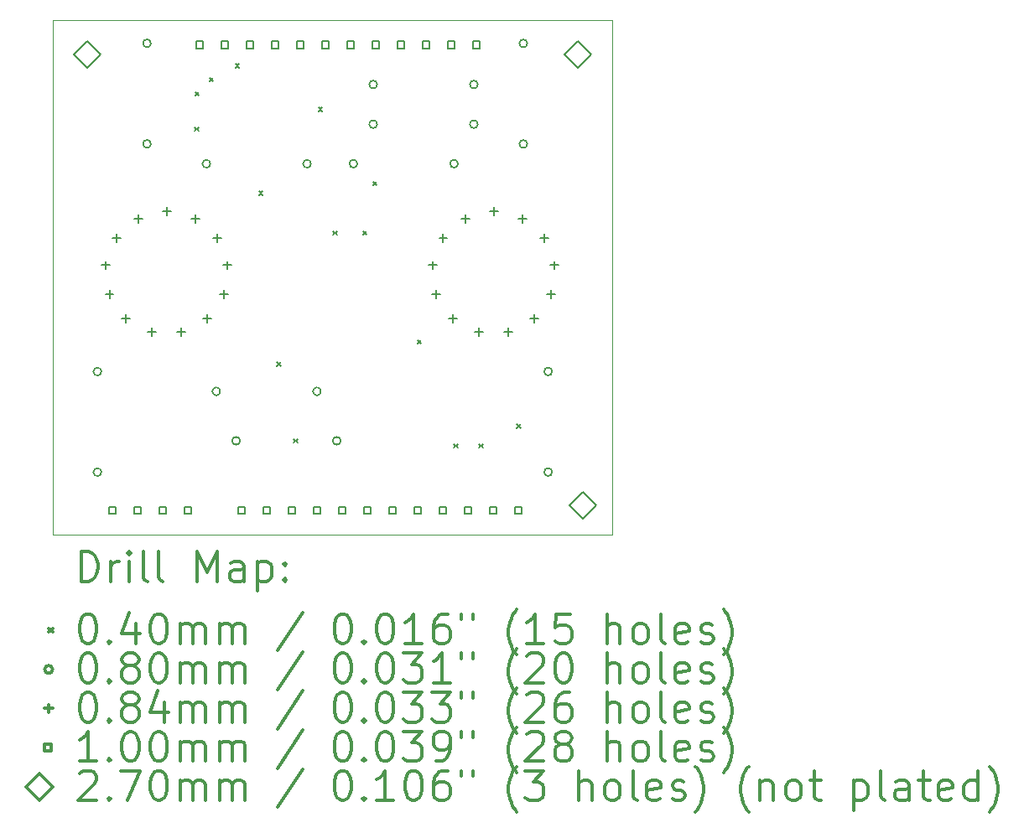
<source format=gbr>
%FSLAX45Y45*%
G04 Gerber Fmt 4.5, Leading zero omitted, Abs format (unit mm)*
G04 Created by KiCad (PCBNEW 5.1.6) date 2020-08-10 12:56:37*
%MOMM*%
%LPD*%
G01*
G04 APERTURE LIST*
%TA.AperFunction,Profile*%
%ADD10C,0.050000*%
%TD*%
%ADD11C,0.200000*%
%ADD12C,0.300000*%
G04 APERTURE END LIST*
D10*
X16950000Y-13050000D02*
X16950000Y-7850000D01*
X22600000Y-13050000D02*
X16950000Y-13050000D01*
X22600000Y-7850000D02*
X22600000Y-13050000D01*
X16950000Y-7850000D02*
X22600000Y-7850000D01*
D11*
X18380000Y-8930000D02*
X18420000Y-8970000D01*
X18420000Y-8930000D02*
X18380000Y-8970000D01*
X18385000Y-8575000D02*
X18425000Y-8615000D01*
X18425000Y-8575000D02*
X18385000Y-8615000D01*
X18530000Y-8430000D02*
X18570000Y-8470000D01*
X18570000Y-8430000D02*
X18530000Y-8470000D01*
X18792500Y-8292500D02*
X18832500Y-8332500D01*
X18832500Y-8292500D02*
X18792500Y-8332500D01*
X19030000Y-9580000D02*
X19070000Y-9620000D01*
X19070000Y-9580000D02*
X19030000Y-9620000D01*
X19210000Y-11305000D02*
X19250000Y-11345000D01*
X19250000Y-11305000D02*
X19210000Y-11345000D01*
X19380000Y-12080000D02*
X19420000Y-12120000D01*
X19420000Y-12080000D02*
X19380000Y-12120000D01*
X19630000Y-8730000D02*
X19670000Y-8770000D01*
X19670000Y-8730000D02*
X19630000Y-8770000D01*
X19780000Y-9980000D02*
X19820000Y-10020000D01*
X19820000Y-9980000D02*
X19780000Y-10020000D01*
X20080000Y-9980000D02*
X20120000Y-10020000D01*
X20120000Y-9980000D02*
X20080000Y-10020000D01*
X20180000Y-9480000D02*
X20220000Y-9520000D01*
X20220000Y-9480000D02*
X20180000Y-9520000D01*
X20630000Y-11080000D02*
X20670000Y-11120000D01*
X20670000Y-11080000D02*
X20630000Y-11120000D01*
X21000000Y-12130000D02*
X21040000Y-12170000D01*
X21040000Y-12130000D02*
X21000000Y-12170000D01*
X21250000Y-12130000D02*
X21290000Y-12170000D01*
X21290000Y-12130000D02*
X21250000Y-12170000D01*
X21630000Y-11930000D02*
X21670000Y-11970000D01*
X21670000Y-11930000D02*
X21630000Y-11970000D01*
X20024000Y-9300000D02*
G75*
G03*
X20024000Y-9300000I-40000J0D01*
G01*
X21040000Y-9300000D02*
G75*
G03*
X21040000Y-9300000I-40000J0D01*
G01*
X18640000Y-11600000D02*
G75*
G03*
X18640000Y-11600000I-40000J0D01*
G01*
X19656000Y-11600000D02*
G75*
G03*
X19656000Y-11600000I-40000J0D01*
G01*
X17940000Y-8084000D02*
G75*
G03*
X17940000Y-8084000I-40000J0D01*
G01*
X17940000Y-9100000D02*
G75*
G03*
X17940000Y-9100000I-40000J0D01*
G01*
X18840000Y-12100000D02*
G75*
G03*
X18840000Y-12100000I-40000J0D01*
G01*
X19856000Y-12100000D02*
G75*
G03*
X19856000Y-12100000I-40000J0D01*
G01*
X21990000Y-11400000D02*
G75*
G03*
X21990000Y-11400000I-40000J0D01*
G01*
X21990000Y-12416000D02*
G75*
G03*
X21990000Y-12416000I-40000J0D01*
G01*
X21740000Y-8084000D02*
G75*
G03*
X21740000Y-8084000I-40000J0D01*
G01*
X21740000Y-9100000D02*
G75*
G03*
X21740000Y-9100000I-40000J0D01*
G01*
X20224000Y-8900000D02*
G75*
G03*
X20224000Y-8900000I-40000J0D01*
G01*
X21240000Y-8900000D02*
G75*
G03*
X21240000Y-8900000I-40000J0D01*
G01*
X20224000Y-8500000D02*
G75*
G03*
X20224000Y-8500000I-40000J0D01*
G01*
X21240000Y-8500000D02*
G75*
G03*
X21240000Y-8500000I-40000J0D01*
G01*
X18540000Y-9300000D02*
G75*
G03*
X18540000Y-9300000I-40000J0D01*
G01*
X19556000Y-9300000D02*
G75*
G03*
X19556000Y-9300000I-40000J0D01*
G01*
X17440000Y-11400000D02*
G75*
G03*
X17440000Y-11400000I-40000J0D01*
G01*
X17440000Y-12416000D02*
G75*
G03*
X17440000Y-12416000I-40000J0D01*
G01*
X20785574Y-10283668D02*
X20785574Y-10367488D01*
X20743664Y-10325578D02*
X20827484Y-10325578D01*
X20821388Y-10577546D02*
X20821388Y-10661366D01*
X20779478Y-10619456D02*
X20863298Y-10619456D01*
X20890730Y-10006554D02*
X20890730Y-10090374D01*
X20848820Y-10048464D02*
X20932640Y-10048464D01*
X20989536Y-10821386D02*
X20989536Y-10905206D01*
X20947626Y-10863296D02*
X21031446Y-10863296D01*
X21112472Y-9810212D02*
X21112472Y-9894032D01*
X21070562Y-9852122D02*
X21154382Y-9852122D01*
X21251918Y-10959054D02*
X21251918Y-11042874D01*
X21210008Y-11000964D02*
X21293828Y-11000964D01*
X21400000Y-9739346D02*
X21400000Y-9823166D01*
X21358090Y-9781256D02*
X21441910Y-9781256D01*
X21548082Y-10959054D02*
X21548082Y-11042874D01*
X21506172Y-11000964D02*
X21589992Y-11000964D01*
X21687528Y-9810212D02*
X21687528Y-9894032D01*
X21645618Y-9852122D02*
X21729438Y-9852122D01*
X21810464Y-10821386D02*
X21810464Y-10905206D01*
X21768554Y-10863296D02*
X21852374Y-10863296D01*
X21909270Y-10006554D02*
X21909270Y-10090374D01*
X21867360Y-10048464D02*
X21951180Y-10048464D01*
X21978612Y-10577546D02*
X21978612Y-10661366D01*
X21936702Y-10619456D02*
X22020522Y-10619456D01*
X22014426Y-10283668D02*
X22014426Y-10367488D01*
X21972516Y-10325578D02*
X22056336Y-10325578D01*
X17485574Y-10283668D02*
X17485574Y-10367488D01*
X17443664Y-10325578D02*
X17527484Y-10325578D01*
X17521388Y-10577546D02*
X17521388Y-10661366D01*
X17479478Y-10619456D02*
X17563298Y-10619456D01*
X17590730Y-10006554D02*
X17590730Y-10090374D01*
X17548820Y-10048464D02*
X17632640Y-10048464D01*
X17689536Y-10821386D02*
X17689536Y-10905206D01*
X17647626Y-10863296D02*
X17731446Y-10863296D01*
X17812472Y-9810212D02*
X17812472Y-9894032D01*
X17770562Y-9852122D02*
X17854382Y-9852122D01*
X17951918Y-10959054D02*
X17951918Y-11042874D01*
X17910008Y-11000964D02*
X17993828Y-11000964D01*
X18100000Y-9739346D02*
X18100000Y-9823166D01*
X18058090Y-9781256D02*
X18141910Y-9781256D01*
X18248082Y-10959054D02*
X18248082Y-11042874D01*
X18206172Y-11000964D02*
X18289992Y-11000964D01*
X18387528Y-9810212D02*
X18387528Y-9894032D01*
X18345618Y-9852122D02*
X18429438Y-9852122D01*
X18510464Y-10821386D02*
X18510464Y-10905206D01*
X18468554Y-10863296D02*
X18552374Y-10863296D01*
X18609270Y-10006554D02*
X18609270Y-10090374D01*
X18567360Y-10048464D02*
X18651180Y-10048464D01*
X18678612Y-10577546D02*
X18678612Y-10661366D01*
X18636702Y-10619456D02*
X18720522Y-10619456D01*
X18714426Y-10283668D02*
X18714426Y-10367488D01*
X18672516Y-10325578D02*
X18756336Y-10325578D01*
X18465356Y-8135356D02*
X18465356Y-8064644D01*
X18394644Y-8064644D01*
X18394644Y-8135356D01*
X18465356Y-8135356D01*
X18719356Y-8135356D02*
X18719356Y-8064644D01*
X18648644Y-8064644D01*
X18648644Y-8135356D01*
X18719356Y-8135356D01*
X18973356Y-8135356D02*
X18973356Y-8064644D01*
X18902644Y-8064644D01*
X18902644Y-8135356D01*
X18973356Y-8135356D01*
X19227356Y-8135356D02*
X19227356Y-8064644D01*
X19156644Y-8064644D01*
X19156644Y-8135356D01*
X19227356Y-8135356D01*
X19481356Y-8135356D02*
X19481356Y-8064644D01*
X19410644Y-8064644D01*
X19410644Y-8135356D01*
X19481356Y-8135356D01*
X19735356Y-8135356D02*
X19735356Y-8064644D01*
X19664644Y-8064644D01*
X19664644Y-8135356D01*
X19735356Y-8135356D01*
X19989356Y-8135356D02*
X19989356Y-8064644D01*
X19918644Y-8064644D01*
X19918644Y-8135356D01*
X19989356Y-8135356D01*
X20243356Y-8135356D02*
X20243356Y-8064644D01*
X20172644Y-8064644D01*
X20172644Y-8135356D01*
X20243356Y-8135356D01*
X20497356Y-8135356D02*
X20497356Y-8064644D01*
X20426644Y-8064644D01*
X20426644Y-8135356D01*
X20497356Y-8135356D01*
X20751356Y-8135356D02*
X20751356Y-8064644D01*
X20680644Y-8064644D01*
X20680644Y-8135356D01*
X20751356Y-8135356D01*
X21005356Y-8135356D02*
X21005356Y-8064644D01*
X20934644Y-8064644D01*
X20934644Y-8135356D01*
X21005356Y-8135356D01*
X21259356Y-8135356D02*
X21259356Y-8064644D01*
X21188644Y-8064644D01*
X21188644Y-8135356D01*
X21259356Y-8135356D01*
X18891356Y-12835356D02*
X18891356Y-12764644D01*
X18820644Y-12764644D01*
X18820644Y-12835356D01*
X18891356Y-12835356D01*
X19145356Y-12835356D02*
X19145356Y-12764644D01*
X19074644Y-12764644D01*
X19074644Y-12835356D01*
X19145356Y-12835356D01*
X19399356Y-12835356D02*
X19399356Y-12764644D01*
X19328644Y-12764644D01*
X19328644Y-12835356D01*
X19399356Y-12835356D01*
X19653356Y-12835356D02*
X19653356Y-12764644D01*
X19582644Y-12764644D01*
X19582644Y-12835356D01*
X19653356Y-12835356D01*
X19907356Y-12835356D02*
X19907356Y-12764644D01*
X19836644Y-12764644D01*
X19836644Y-12835356D01*
X19907356Y-12835356D01*
X20161356Y-12835356D02*
X20161356Y-12764644D01*
X20090644Y-12764644D01*
X20090644Y-12835356D01*
X20161356Y-12835356D01*
X20415356Y-12835356D02*
X20415356Y-12764644D01*
X20344644Y-12764644D01*
X20344644Y-12835356D01*
X20415356Y-12835356D01*
X20669356Y-12835356D02*
X20669356Y-12764644D01*
X20598644Y-12764644D01*
X20598644Y-12835356D01*
X20669356Y-12835356D01*
X20923356Y-12835356D02*
X20923356Y-12764644D01*
X20852644Y-12764644D01*
X20852644Y-12835356D01*
X20923356Y-12835356D01*
X21177356Y-12835356D02*
X21177356Y-12764644D01*
X21106644Y-12764644D01*
X21106644Y-12835356D01*
X21177356Y-12835356D01*
X21431356Y-12835356D02*
X21431356Y-12764644D01*
X21360644Y-12764644D01*
X21360644Y-12835356D01*
X21431356Y-12835356D01*
X21685356Y-12835356D02*
X21685356Y-12764644D01*
X21614644Y-12764644D01*
X21614644Y-12835356D01*
X21685356Y-12835356D01*
X17585356Y-12835356D02*
X17585356Y-12764644D01*
X17514644Y-12764644D01*
X17514644Y-12835356D01*
X17585356Y-12835356D01*
X17839356Y-12835356D02*
X17839356Y-12764644D01*
X17768644Y-12764644D01*
X17768644Y-12835356D01*
X17839356Y-12835356D01*
X18093356Y-12835356D02*
X18093356Y-12764644D01*
X18022644Y-12764644D01*
X18022644Y-12835356D01*
X18093356Y-12835356D01*
X18347356Y-12835356D02*
X18347356Y-12764644D01*
X18276644Y-12764644D01*
X18276644Y-12835356D01*
X18347356Y-12835356D01*
X22250000Y-8335000D02*
X22385000Y-8200000D01*
X22250000Y-8065000D01*
X22115000Y-8200000D01*
X22250000Y-8335000D01*
X22300000Y-12885000D02*
X22435000Y-12750000D01*
X22300000Y-12615000D01*
X22165000Y-12750000D01*
X22300000Y-12885000D01*
X17300000Y-8335000D02*
X17435000Y-8200000D01*
X17300000Y-8065000D01*
X17165000Y-8200000D01*
X17300000Y-8335000D01*
D12*
X17233928Y-13518214D02*
X17233928Y-13218214D01*
X17305357Y-13218214D01*
X17348214Y-13232500D01*
X17376786Y-13261071D01*
X17391071Y-13289643D01*
X17405357Y-13346786D01*
X17405357Y-13389643D01*
X17391071Y-13446786D01*
X17376786Y-13475357D01*
X17348214Y-13503929D01*
X17305357Y-13518214D01*
X17233928Y-13518214D01*
X17533928Y-13518214D02*
X17533928Y-13318214D01*
X17533928Y-13375357D02*
X17548214Y-13346786D01*
X17562500Y-13332500D01*
X17591071Y-13318214D01*
X17619643Y-13318214D01*
X17719643Y-13518214D02*
X17719643Y-13318214D01*
X17719643Y-13218214D02*
X17705357Y-13232500D01*
X17719643Y-13246786D01*
X17733928Y-13232500D01*
X17719643Y-13218214D01*
X17719643Y-13246786D01*
X17905357Y-13518214D02*
X17876786Y-13503929D01*
X17862500Y-13475357D01*
X17862500Y-13218214D01*
X18062500Y-13518214D02*
X18033928Y-13503929D01*
X18019643Y-13475357D01*
X18019643Y-13218214D01*
X18405357Y-13518214D02*
X18405357Y-13218214D01*
X18505357Y-13432500D01*
X18605357Y-13218214D01*
X18605357Y-13518214D01*
X18876786Y-13518214D02*
X18876786Y-13361071D01*
X18862500Y-13332500D01*
X18833928Y-13318214D01*
X18776786Y-13318214D01*
X18748214Y-13332500D01*
X18876786Y-13503929D02*
X18848214Y-13518214D01*
X18776786Y-13518214D01*
X18748214Y-13503929D01*
X18733928Y-13475357D01*
X18733928Y-13446786D01*
X18748214Y-13418214D01*
X18776786Y-13403929D01*
X18848214Y-13403929D01*
X18876786Y-13389643D01*
X19019643Y-13318214D02*
X19019643Y-13618214D01*
X19019643Y-13332500D02*
X19048214Y-13318214D01*
X19105357Y-13318214D01*
X19133928Y-13332500D01*
X19148214Y-13346786D01*
X19162500Y-13375357D01*
X19162500Y-13461071D01*
X19148214Y-13489643D01*
X19133928Y-13503929D01*
X19105357Y-13518214D01*
X19048214Y-13518214D01*
X19019643Y-13503929D01*
X19291071Y-13489643D02*
X19305357Y-13503929D01*
X19291071Y-13518214D01*
X19276786Y-13503929D01*
X19291071Y-13489643D01*
X19291071Y-13518214D01*
X19291071Y-13332500D02*
X19305357Y-13346786D01*
X19291071Y-13361071D01*
X19276786Y-13346786D01*
X19291071Y-13332500D01*
X19291071Y-13361071D01*
X16907500Y-13992500D02*
X16947500Y-14032500D01*
X16947500Y-13992500D02*
X16907500Y-14032500D01*
X17291071Y-13848214D02*
X17319643Y-13848214D01*
X17348214Y-13862500D01*
X17362500Y-13876786D01*
X17376786Y-13905357D01*
X17391071Y-13962500D01*
X17391071Y-14033929D01*
X17376786Y-14091071D01*
X17362500Y-14119643D01*
X17348214Y-14133929D01*
X17319643Y-14148214D01*
X17291071Y-14148214D01*
X17262500Y-14133929D01*
X17248214Y-14119643D01*
X17233928Y-14091071D01*
X17219643Y-14033929D01*
X17219643Y-13962500D01*
X17233928Y-13905357D01*
X17248214Y-13876786D01*
X17262500Y-13862500D01*
X17291071Y-13848214D01*
X17519643Y-14119643D02*
X17533928Y-14133929D01*
X17519643Y-14148214D01*
X17505357Y-14133929D01*
X17519643Y-14119643D01*
X17519643Y-14148214D01*
X17791071Y-13948214D02*
X17791071Y-14148214D01*
X17719643Y-13833929D02*
X17648214Y-14048214D01*
X17833928Y-14048214D01*
X18005357Y-13848214D02*
X18033928Y-13848214D01*
X18062500Y-13862500D01*
X18076786Y-13876786D01*
X18091071Y-13905357D01*
X18105357Y-13962500D01*
X18105357Y-14033929D01*
X18091071Y-14091071D01*
X18076786Y-14119643D01*
X18062500Y-14133929D01*
X18033928Y-14148214D01*
X18005357Y-14148214D01*
X17976786Y-14133929D01*
X17962500Y-14119643D01*
X17948214Y-14091071D01*
X17933928Y-14033929D01*
X17933928Y-13962500D01*
X17948214Y-13905357D01*
X17962500Y-13876786D01*
X17976786Y-13862500D01*
X18005357Y-13848214D01*
X18233928Y-14148214D02*
X18233928Y-13948214D01*
X18233928Y-13976786D02*
X18248214Y-13962500D01*
X18276786Y-13948214D01*
X18319643Y-13948214D01*
X18348214Y-13962500D01*
X18362500Y-13991071D01*
X18362500Y-14148214D01*
X18362500Y-13991071D02*
X18376786Y-13962500D01*
X18405357Y-13948214D01*
X18448214Y-13948214D01*
X18476786Y-13962500D01*
X18491071Y-13991071D01*
X18491071Y-14148214D01*
X18633928Y-14148214D02*
X18633928Y-13948214D01*
X18633928Y-13976786D02*
X18648214Y-13962500D01*
X18676786Y-13948214D01*
X18719643Y-13948214D01*
X18748214Y-13962500D01*
X18762500Y-13991071D01*
X18762500Y-14148214D01*
X18762500Y-13991071D02*
X18776786Y-13962500D01*
X18805357Y-13948214D01*
X18848214Y-13948214D01*
X18876786Y-13962500D01*
X18891071Y-13991071D01*
X18891071Y-14148214D01*
X19476786Y-13833929D02*
X19219643Y-14219643D01*
X19862500Y-13848214D02*
X19891071Y-13848214D01*
X19919643Y-13862500D01*
X19933928Y-13876786D01*
X19948214Y-13905357D01*
X19962500Y-13962500D01*
X19962500Y-14033929D01*
X19948214Y-14091071D01*
X19933928Y-14119643D01*
X19919643Y-14133929D01*
X19891071Y-14148214D01*
X19862500Y-14148214D01*
X19833928Y-14133929D01*
X19819643Y-14119643D01*
X19805357Y-14091071D01*
X19791071Y-14033929D01*
X19791071Y-13962500D01*
X19805357Y-13905357D01*
X19819643Y-13876786D01*
X19833928Y-13862500D01*
X19862500Y-13848214D01*
X20091071Y-14119643D02*
X20105357Y-14133929D01*
X20091071Y-14148214D01*
X20076786Y-14133929D01*
X20091071Y-14119643D01*
X20091071Y-14148214D01*
X20291071Y-13848214D02*
X20319643Y-13848214D01*
X20348214Y-13862500D01*
X20362500Y-13876786D01*
X20376786Y-13905357D01*
X20391071Y-13962500D01*
X20391071Y-14033929D01*
X20376786Y-14091071D01*
X20362500Y-14119643D01*
X20348214Y-14133929D01*
X20319643Y-14148214D01*
X20291071Y-14148214D01*
X20262500Y-14133929D01*
X20248214Y-14119643D01*
X20233928Y-14091071D01*
X20219643Y-14033929D01*
X20219643Y-13962500D01*
X20233928Y-13905357D01*
X20248214Y-13876786D01*
X20262500Y-13862500D01*
X20291071Y-13848214D01*
X20676786Y-14148214D02*
X20505357Y-14148214D01*
X20591071Y-14148214D02*
X20591071Y-13848214D01*
X20562500Y-13891071D01*
X20533928Y-13919643D01*
X20505357Y-13933929D01*
X20933928Y-13848214D02*
X20876786Y-13848214D01*
X20848214Y-13862500D01*
X20833928Y-13876786D01*
X20805357Y-13919643D01*
X20791071Y-13976786D01*
X20791071Y-14091071D01*
X20805357Y-14119643D01*
X20819643Y-14133929D01*
X20848214Y-14148214D01*
X20905357Y-14148214D01*
X20933928Y-14133929D01*
X20948214Y-14119643D01*
X20962500Y-14091071D01*
X20962500Y-14019643D01*
X20948214Y-13991071D01*
X20933928Y-13976786D01*
X20905357Y-13962500D01*
X20848214Y-13962500D01*
X20819643Y-13976786D01*
X20805357Y-13991071D01*
X20791071Y-14019643D01*
X21076786Y-13848214D02*
X21076786Y-13905357D01*
X21191071Y-13848214D02*
X21191071Y-13905357D01*
X21633928Y-14262500D02*
X21619643Y-14248214D01*
X21591071Y-14205357D01*
X21576786Y-14176786D01*
X21562500Y-14133929D01*
X21548214Y-14062500D01*
X21548214Y-14005357D01*
X21562500Y-13933929D01*
X21576786Y-13891071D01*
X21591071Y-13862500D01*
X21619643Y-13819643D01*
X21633928Y-13805357D01*
X21905357Y-14148214D02*
X21733928Y-14148214D01*
X21819643Y-14148214D02*
X21819643Y-13848214D01*
X21791071Y-13891071D01*
X21762500Y-13919643D01*
X21733928Y-13933929D01*
X22176786Y-13848214D02*
X22033928Y-13848214D01*
X22019643Y-13991071D01*
X22033928Y-13976786D01*
X22062500Y-13962500D01*
X22133928Y-13962500D01*
X22162500Y-13976786D01*
X22176786Y-13991071D01*
X22191071Y-14019643D01*
X22191071Y-14091071D01*
X22176786Y-14119643D01*
X22162500Y-14133929D01*
X22133928Y-14148214D01*
X22062500Y-14148214D01*
X22033928Y-14133929D01*
X22019643Y-14119643D01*
X22548214Y-14148214D02*
X22548214Y-13848214D01*
X22676786Y-14148214D02*
X22676786Y-13991071D01*
X22662500Y-13962500D01*
X22633928Y-13948214D01*
X22591071Y-13948214D01*
X22562500Y-13962500D01*
X22548214Y-13976786D01*
X22862500Y-14148214D02*
X22833928Y-14133929D01*
X22819643Y-14119643D01*
X22805357Y-14091071D01*
X22805357Y-14005357D01*
X22819643Y-13976786D01*
X22833928Y-13962500D01*
X22862500Y-13948214D01*
X22905357Y-13948214D01*
X22933928Y-13962500D01*
X22948214Y-13976786D01*
X22962500Y-14005357D01*
X22962500Y-14091071D01*
X22948214Y-14119643D01*
X22933928Y-14133929D01*
X22905357Y-14148214D01*
X22862500Y-14148214D01*
X23133928Y-14148214D02*
X23105357Y-14133929D01*
X23091071Y-14105357D01*
X23091071Y-13848214D01*
X23362500Y-14133929D02*
X23333928Y-14148214D01*
X23276786Y-14148214D01*
X23248214Y-14133929D01*
X23233928Y-14105357D01*
X23233928Y-13991071D01*
X23248214Y-13962500D01*
X23276786Y-13948214D01*
X23333928Y-13948214D01*
X23362500Y-13962500D01*
X23376786Y-13991071D01*
X23376786Y-14019643D01*
X23233928Y-14048214D01*
X23491071Y-14133929D02*
X23519643Y-14148214D01*
X23576786Y-14148214D01*
X23605357Y-14133929D01*
X23619643Y-14105357D01*
X23619643Y-14091071D01*
X23605357Y-14062500D01*
X23576786Y-14048214D01*
X23533928Y-14048214D01*
X23505357Y-14033929D01*
X23491071Y-14005357D01*
X23491071Y-13991071D01*
X23505357Y-13962500D01*
X23533928Y-13948214D01*
X23576786Y-13948214D01*
X23605357Y-13962500D01*
X23719643Y-14262500D02*
X23733928Y-14248214D01*
X23762500Y-14205357D01*
X23776786Y-14176786D01*
X23791071Y-14133929D01*
X23805357Y-14062500D01*
X23805357Y-14005357D01*
X23791071Y-13933929D01*
X23776786Y-13891071D01*
X23762500Y-13862500D01*
X23733928Y-13819643D01*
X23719643Y-13805357D01*
X16947500Y-14408500D02*
G75*
G03*
X16947500Y-14408500I-40000J0D01*
G01*
X17291071Y-14244214D02*
X17319643Y-14244214D01*
X17348214Y-14258500D01*
X17362500Y-14272786D01*
X17376786Y-14301357D01*
X17391071Y-14358500D01*
X17391071Y-14429929D01*
X17376786Y-14487071D01*
X17362500Y-14515643D01*
X17348214Y-14529929D01*
X17319643Y-14544214D01*
X17291071Y-14544214D01*
X17262500Y-14529929D01*
X17248214Y-14515643D01*
X17233928Y-14487071D01*
X17219643Y-14429929D01*
X17219643Y-14358500D01*
X17233928Y-14301357D01*
X17248214Y-14272786D01*
X17262500Y-14258500D01*
X17291071Y-14244214D01*
X17519643Y-14515643D02*
X17533928Y-14529929D01*
X17519643Y-14544214D01*
X17505357Y-14529929D01*
X17519643Y-14515643D01*
X17519643Y-14544214D01*
X17705357Y-14372786D02*
X17676786Y-14358500D01*
X17662500Y-14344214D01*
X17648214Y-14315643D01*
X17648214Y-14301357D01*
X17662500Y-14272786D01*
X17676786Y-14258500D01*
X17705357Y-14244214D01*
X17762500Y-14244214D01*
X17791071Y-14258500D01*
X17805357Y-14272786D01*
X17819643Y-14301357D01*
X17819643Y-14315643D01*
X17805357Y-14344214D01*
X17791071Y-14358500D01*
X17762500Y-14372786D01*
X17705357Y-14372786D01*
X17676786Y-14387071D01*
X17662500Y-14401357D01*
X17648214Y-14429929D01*
X17648214Y-14487071D01*
X17662500Y-14515643D01*
X17676786Y-14529929D01*
X17705357Y-14544214D01*
X17762500Y-14544214D01*
X17791071Y-14529929D01*
X17805357Y-14515643D01*
X17819643Y-14487071D01*
X17819643Y-14429929D01*
X17805357Y-14401357D01*
X17791071Y-14387071D01*
X17762500Y-14372786D01*
X18005357Y-14244214D02*
X18033928Y-14244214D01*
X18062500Y-14258500D01*
X18076786Y-14272786D01*
X18091071Y-14301357D01*
X18105357Y-14358500D01*
X18105357Y-14429929D01*
X18091071Y-14487071D01*
X18076786Y-14515643D01*
X18062500Y-14529929D01*
X18033928Y-14544214D01*
X18005357Y-14544214D01*
X17976786Y-14529929D01*
X17962500Y-14515643D01*
X17948214Y-14487071D01*
X17933928Y-14429929D01*
X17933928Y-14358500D01*
X17948214Y-14301357D01*
X17962500Y-14272786D01*
X17976786Y-14258500D01*
X18005357Y-14244214D01*
X18233928Y-14544214D02*
X18233928Y-14344214D01*
X18233928Y-14372786D02*
X18248214Y-14358500D01*
X18276786Y-14344214D01*
X18319643Y-14344214D01*
X18348214Y-14358500D01*
X18362500Y-14387071D01*
X18362500Y-14544214D01*
X18362500Y-14387071D02*
X18376786Y-14358500D01*
X18405357Y-14344214D01*
X18448214Y-14344214D01*
X18476786Y-14358500D01*
X18491071Y-14387071D01*
X18491071Y-14544214D01*
X18633928Y-14544214D02*
X18633928Y-14344214D01*
X18633928Y-14372786D02*
X18648214Y-14358500D01*
X18676786Y-14344214D01*
X18719643Y-14344214D01*
X18748214Y-14358500D01*
X18762500Y-14387071D01*
X18762500Y-14544214D01*
X18762500Y-14387071D02*
X18776786Y-14358500D01*
X18805357Y-14344214D01*
X18848214Y-14344214D01*
X18876786Y-14358500D01*
X18891071Y-14387071D01*
X18891071Y-14544214D01*
X19476786Y-14229929D02*
X19219643Y-14615643D01*
X19862500Y-14244214D02*
X19891071Y-14244214D01*
X19919643Y-14258500D01*
X19933928Y-14272786D01*
X19948214Y-14301357D01*
X19962500Y-14358500D01*
X19962500Y-14429929D01*
X19948214Y-14487071D01*
X19933928Y-14515643D01*
X19919643Y-14529929D01*
X19891071Y-14544214D01*
X19862500Y-14544214D01*
X19833928Y-14529929D01*
X19819643Y-14515643D01*
X19805357Y-14487071D01*
X19791071Y-14429929D01*
X19791071Y-14358500D01*
X19805357Y-14301357D01*
X19819643Y-14272786D01*
X19833928Y-14258500D01*
X19862500Y-14244214D01*
X20091071Y-14515643D02*
X20105357Y-14529929D01*
X20091071Y-14544214D01*
X20076786Y-14529929D01*
X20091071Y-14515643D01*
X20091071Y-14544214D01*
X20291071Y-14244214D02*
X20319643Y-14244214D01*
X20348214Y-14258500D01*
X20362500Y-14272786D01*
X20376786Y-14301357D01*
X20391071Y-14358500D01*
X20391071Y-14429929D01*
X20376786Y-14487071D01*
X20362500Y-14515643D01*
X20348214Y-14529929D01*
X20319643Y-14544214D01*
X20291071Y-14544214D01*
X20262500Y-14529929D01*
X20248214Y-14515643D01*
X20233928Y-14487071D01*
X20219643Y-14429929D01*
X20219643Y-14358500D01*
X20233928Y-14301357D01*
X20248214Y-14272786D01*
X20262500Y-14258500D01*
X20291071Y-14244214D01*
X20491071Y-14244214D02*
X20676786Y-14244214D01*
X20576786Y-14358500D01*
X20619643Y-14358500D01*
X20648214Y-14372786D01*
X20662500Y-14387071D01*
X20676786Y-14415643D01*
X20676786Y-14487071D01*
X20662500Y-14515643D01*
X20648214Y-14529929D01*
X20619643Y-14544214D01*
X20533928Y-14544214D01*
X20505357Y-14529929D01*
X20491071Y-14515643D01*
X20962500Y-14544214D02*
X20791071Y-14544214D01*
X20876786Y-14544214D02*
X20876786Y-14244214D01*
X20848214Y-14287071D01*
X20819643Y-14315643D01*
X20791071Y-14329929D01*
X21076786Y-14244214D02*
X21076786Y-14301357D01*
X21191071Y-14244214D02*
X21191071Y-14301357D01*
X21633928Y-14658500D02*
X21619643Y-14644214D01*
X21591071Y-14601357D01*
X21576786Y-14572786D01*
X21562500Y-14529929D01*
X21548214Y-14458500D01*
X21548214Y-14401357D01*
X21562500Y-14329929D01*
X21576786Y-14287071D01*
X21591071Y-14258500D01*
X21619643Y-14215643D01*
X21633928Y-14201357D01*
X21733928Y-14272786D02*
X21748214Y-14258500D01*
X21776786Y-14244214D01*
X21848214Y-14244214D01*
X21876786Y-14258500D01*
X21891071Y-14272786D01*
X21905357Y-14301357D01*
X21905357Y-14329929D01*
X21891071Y-14372786D01*
X21719643Y-14544214D01*
X21905357Y-14544214D01*
X22091071Y-14244214D02*
X22119643Y-14244214D01*
X22148214Y-14258500D01*
X22162500Y-14272786D01*
X22176786Y-14301357D01*
X22191071Y-14358500D01*
X22191071Y-14429929D01*
X22176786Y-14487071D01*
X22162500Y-14515643D01*
X22148214Y-14529929D01*
X22119643Y-14544214D01*
X22091071Y-14544214D01*
X22062500Y-14529929D01*
X22048214Y-14515643D01*
X22033928Y-14487071D01*
X22019643Y-14429929D01*
X22019643Y-14358500D01*
X22033928Y-14301357D01*
X22048214Y-14272786D01*
X22062500Y-14258500D01*
X22091071Y-14244214D01*
X22548214Y-14544214D02*
X22548214Y-14244214D01*
X22676786Y-14544214D02*
X22676786Y-14387071D01*
X22662500Y-14358500D01*
X22633928Y-14344214D01*
X22591071Y-14344214D01*
X22562500Y-14358500D01*
X22548214Y-14372786D01*
X22862500Y-14544214D02*
X22833928Y-14529929D01*
X22819643Y-14515643D01*
X22805357Y-14487071D01*
X22805357Y-14401357D01*
X22819643Y-14372786D01*
X22833928Y-14358500D01*
X22862500Y-14344214D01*
X22905357Y-14344214D01*
X22933928Y-14358500D01*
X22948214Y-14372786D01*
X22962500Y-14401357D01*
X22962500Y-14487071D01*
X22948214Y-14515643D01*
X22933928Y-14529929D01*
X22905357Y-14544214D01*
X22862500Y-14544214D01*
X23133928Y-14544214D02*
X23105357Y-14529929D01*
X23091071Y-14501357D01*
X23091071Y-14244214D01*
X23362500Y-14529929D02*
X23333928Y-14544214D01*
X23276786Y-14544214D01*
X23248214Y-14529929D01*
X23233928Y-14501357D01*
X23233928Y-14387071D01*
X23248214Y-14358500D01*
X23276786Y-14344214D01*
X23333928Y-14344214D01*
X23362500Y-14358500D01*
X23376786Y-14387071D01*
X23376786Y-14415643D01*
X23233928Y-14444214D01*
X23491071Y-14529929D02*
X23519643Y-14544214D01*
X23576786Y-14544214D01*
X23605357Y-14529929D01*
X23619643Y-14501357D01*
X23619643Y-14487071D01*
X23605357Y-14458500D01*
X23576786Y-14444214D01*
X23533928Y-14444214D01*
X23505357Y-14429929D01*
X23491071Y-14401357D01*
X23491071Y-14387071D01*
X23505357Y-14358500D01*
X23533928Y-14344214D01*
X23576786Y-14344214D01*
X23605357Y-14358500D01*
X23719643Y-14658500D02*
X23733928Y-14644214D01*
X23762500Y-14601357D01*
X23776786Y-14572786D01*
X23791071Y-14529929D01*
X23805357Y-14458500D01*
X23805357Y-14401357D01*
X23791071Y-14329929D01*
X23776786Y-14287071D01*
X23762500Y-14258500D01*
X23733928Y-14215643D01*
X23719643Y-14201357D01*
X16905590Y-14762590D02*
X16905590Y-14846410D01*
X16863680Y-14804500D02*
X16947500Y-14804500D01*
X17291071Y-14640214D02*
X17319643Y-14640214D01*
X17348214Y-14654500D01*
X17362500Y-14668786D01*
X17376786Y-14697357D01*
X17391071Y-14754500D01*
X17391071Y-14825929D01*
X17376786Y-14883071D01*
X17362500Y-14911643D01*
X17348214Y-14925929D01*
X17319643Y-14940214D01*
X17291071Y-14940214D01*
X17262500Y-14925929D01*
X17248214Y-14911643D01*
X17233928Y-14883071D01*
X17219643Y-14825929D01*
X17219643Y-14754500D01*
X17233928Y-14697357D01*
X17248214Y-14668786D01*
X17262500Y-14654500D01*
X17291071Y-14640214D01*
X17519643Y-14911643D02*
X17533928Y-14925929D01*
X17519643Y-14940214D01*
X17505357Y-14925929D01*
X17519643Y-14911643D01*
X17519643Y-14940214D01*
X17705357Y-14768786D02*
X17676786Y-14754500D01*
X17662500Y-14740214D01*
X17648214Y-14711643D01*
X17648214Y-14697357D01*
X17662500Y-14668786D01*
X17676786Y-14654500D01*
X17705357Y-14640214D01*
X17762500Y-14640214D01*
X17791071Y-14654500D01*
X17805357Y-14668786D01*
X17819643Y-14697357D01*
X17819643Y-14711643D01*
X17805357Y-14740214D01*
X17791071Y-14754500D01*
X17762500Y-14768786D01*
X17705357Y-14768786D01*
X17676786Y-14783071D01*
X17662500Y-14797357D01*
X17648214Y-14825929D01*
X17648214Y-14883071D01*
X17662500Y-14911643D01*
X17676786Y-14925929D01*
X17705357Y-14940214D01*
X17762500Y-14940214D01*
X17791071Y-14925929D01*
X17805357Y-14911643D01*
X17819643Y-14883071D01*
X17819643Y-14825929D01*
X17805357Y-14797357D01*
X17791071Y-14783071D01*
X17762500Y-14768786D01*
X18076786Y-14740214D02*
X18076786Y-14940214D01*
X18005357Y-14625929D02*
X17933928Y-14840214D01*
X18119643Y-14840214D01*
X18233928Y-14940214D02*
X18233928Y-14740214D01*
X18233928Y-14768786D02*
X18248214Y-14754500D01*
X18276786Y-14740214D01*
X18319643Y-14740214D01*
X18348214Y-14754500D01*
X18362500Y-14783071D01*
X18362500Y-14940214D01*
X18362500Y-14783071D02*
X18376786Y-14754500D01*
X18405357Y-14740214D01*
X18448214Y-14740214D01*
X18476786Y-14754500D01*
X18491071Y-14783071D01*
X18491071Y-14940214D01*
X18633928Y-14940214D02*
X18633928Y-14740214D01*
X18633928Y-14768786D02*
X18648214Y-14754500D01*
X18676786Y-14740214D01*
X18719643Y-14740214D01*
X18748214Y-14754500D01*
X18762500Y-14783071D01*
X18762500Y-14940214D01*
X18762500Y-14783071D02*
X18776786Y-14754500D01*
X18805357Y-14740214D01*
X18848214Y-14740214D01*
X18876786Y-14754500D01*
X18891071Y-14783071D01*
X18891071Y-14940214D01*
X19476786Y-14625929D02*
X19219643Y-15011643D01*
X19862500Y-14640214D02*
X19891071Y-14640214D01*
X19919643Y-14654500D01*
X19933928Y-14668786D01*
X19948214Y-14697357D01*
X19962500Y-14754500D01*
X19962500Y-14825929D01*
X19948214Y-14883071D01*
X19933928Y-14911643D01*
X19919643Y-14925929D01*
X19891071Y-14940214D01*
X19862500Y-14940214D01*
X19833928Y-14925929D01*
X19819643Y-14911643D01*
X19805357Y-14883071D01*
X19791071Y-14825929D01*
X19791071Y-14754500D01*
X19805357Y-14697357D01*
X19819643Y-14668786D01*
X19833928Y-14654500D01*
X19862500Y-14640214D01*
X20091071Y-14911643D02*
X20105357Y-14925929D01*
X20091071Y-14940214D01*
X20076786Y-14925929D01*
X20091071Y-14911643D01*
X20091071Y-14940214D01*
X20291071Y-14640214D02*
X20319643Y-14640214D01*
X20348214Y-14654500D01*
X20362500Y-14668786D01*
X20376786Y-14697357D01*
X20391071Y-14754500D01*
X20391071Y-14825929D01*
X20376786Y-14883071D01*
X20362500Y-14911643D01*
X20348214Y-14925929D01*
X20319643Y-14940214D01*
X20291071Y-14940214D01*
X20262500Y-14925929D01*
X20248214Y-14911643D01*
X20233928Y-14883071D01*
X20219643Y-14825929D01*
X20219643Y-14754500D01*
X20233928Y-14697357D01*
X20248214Y-14668786D01*
X20262500Y-14654500D01*
X20291071Y-14640214D01*
X20491071Y-14640214D02*
X20676786Y-14640214D01*
X20576786Y-14754500D01*
X20619643Y-14754500D01*
X20648214Y-14768786D01*
X20662500Y-14783071D01*
X20676786Y-14811643D01*
X20676786Y-14883071D01*
X20662500Y-14911643D01*
X20648214Y-14925929D01*
X20619643Y-14940214D01*
X20533928Y-14940214D01*
X20505357Y-14925929D01*
X20491071Y-14911643D01*
X20776786Y-14640214D02*
X20962500Y-14640214D01*
X20862500Y-14754500D01*
X20905357Y-14754500D01*
X20933928Y-14768786D01*
X20948214Y-14783071D01*
X20962500Y-14811643D01*
X20962500Y-14883071D01*
X20948214Y-14911643D01*
X20933928Y-14925929D01*
X20905357Y-14940214D01*
X20819643Y-14940214D01*
X20791071Y-14925929D01*
X20776786Y-14911643D01*
X21076786Y-14640214D02*
X21076786Y-14697357D01*
X21191071Y-14640214D02*
X21191071Y-14697357D01*
X21633928Y-15054500D02*
X21619643Y-15040214D01*
X21591071Y-14997357D01*
X21576786Y-14968786D01*
X21562500Y-14925929D01*
X21548214Y-14854500D01*
X21548214Y-14797357D01*
X21562500Y-14725929D01*
X21576786Y-14683071D01*
X21591071Y-14654500D01*
X21619643Y-14611643D01*
X21633928Y-14597357D01*
X21733928Y-14668786D02*
X21748214Y-14654500D01*
X21776786Y-14640214D01*
X21848214Y-14640214D01*
X21876786Y-14654500D01*
X21891071Y-14668786D01*
X21905357Y-14697357D01*
X21905357Y-14725929D01*
X21891071Y-14768786D01*
X21719643Y-14940214D01*
X21905357Y-14940214D01*
X22162500Y-14640214D02*
X22105357Y-14640214D01*
X22076786Y-14654500D01*
X22062500Y-14668786D01*
X22033928Y-14711643D01*
X22019643Y-14768786D01*
X22019643Y-14883071D01*
X22033928Y-14911643D01*
X22048214Y-14925929D01*
X22076786Y-14940214D01*
X22133928Y-14940214D01*
X22162500Y-14925929D01*
X22176786Y-14911643D01*
X22191071Y-14883071D01*
X22191071Y-14811643D01*
X22176786Y-14783071D01*
X22162500Y-14768786D01*
X22133928Y-14754500D01*
X22076786Y-14754500D01*
X22048214Y-14768786D01*
X22033928Y-14783071D01*
X22019643Y-14811643D01*
X22548214Y-14940214D02*
X22548214Y-14640214D01*
X22676786Y-14940214D02*
X22676786Y-14783071D01*
X22662500Y-14754500D01*
X22633928Y-14740214D01*
X22591071Y-14740214D01*
X22562500Y-14754500D01*
X22548214Y-14768786D01*
X22862500Y-14940214D02*
X22833928Y-14925929D01*
X22819643Y-14911643D01*
X22805357Y-14883071D01*
X22805357Y-14797357D01*
X22819643Y-14768786D01*
X22833928Y-14754500D01*
X22862500Y-14740214D01*
X22905357Y-14740214D01*
X22933928Y-14754500D01*
X22948214Y-14768786D01*
X22962500Y-14797357D01*
X22962500Y-14883071D01*
X22948214Y-14911643D01*
X22933928Y-14925929D01*
X22905357Y-14940214D01*
X22862500Y-14940214D01*
X23133928Y-14940214D02*
X23105357Y-14925929D01*
X23091071Y-14897357D01*
X23091071Y-14640214D01*
X23362500Y-14925929D02*
X23333928Y-14940214D01*
X23276786Y-14940214D01*
X23248214Y-14925929D01*
X23233928Y-14897357D01*
X23233928Y-14783071D01*
X23248214Y-14754500D01*
X23276786Y-14740214D01*
X23333928Y-14740214D01*
X23362500Y-14754500D01*
X23376786Y-14783071D01*
X23376786Y-14811643D01*
X23233928Y-14840214D01*
X23491071Y-14925929D02*
X23519643Y-14940214D01*
X23576786Y-14940214D01*
X23605357Y-14925929D01*
X23619643Y-14897357D01*
X23619643Y-14883071D01*
X23605357Y-14854500D01*
X23576786Y-14840214D01*
X23533928Y-14840214D01*
X23505357Y-14825929D01*
X23491071Y-14797357D01*
X23491071Y-14783071D01*
X23505357Y-14754500D01*
X23533928Y-14740214D01*
X23576786Y-14740214D01*
X23605357Y-14754500D01*
X23719643Y-15054500D02*
X23733928Y-15040214D01*
X23762500Y-14997357D01*
X23776786Y-14968786D01*
X23791071Y-14925929D01*
X23805357Y-14854500D01*
X23805357Y-14797357D01*
X23791071Y-14725929D01*
X23776786Y-14683071D01*
X23762500Y-14654500D01*
X23733928Y-14611643D01*
X23719643Y-14597357D01*
X16932856Y-15235856D02*
X16932856Y-15165144D01*
X16862144Y-15165144D01*
X16862144Y-15235856D01*
X16932856Y-15235856D01*
X17391071Y-15336214D02*
X17219643Y-15336214D01*
X17305357Y-15336214D02*
X17305357Y-15036214D01*
X17276786Y-15079071D01*
X17248214Y-15107643D01*
X17219643Y-15121929D01*
X17519643Y-15307643D02*
X17533928Y-15321929D01*
X17519643Y-15336214D01*
X17505357Y-15321929D01*
X17519643Y-15307643D01*
X17519643Y-15336214D01*
X17719643Y-15036214D02*
X17748214Y-15036214D01*
X17776786Y-15050500D01*
X17791071Y-15064786D01*
X17805357Y-15093357D01*
X17819643Y-15150500D01*
X17819643Y-15221929D01*
X17805357Y-15279071D01*
X17791071Y-15307643D01*
X17776786Y-15321929D01*
X17748214Y-15336214D01*
X17719643Y-15336214D01*
X17691071Y-15321929D01*
X17676786Y-15307643D01*
X17662500Y-15279071D01*
X17648214Y-15221929D01*
X17648214Y-15150500D01*
X17662500Y-15093357D01*
X17676786Y-15064786D01*
X17691071Y-15050500D01*
X17719643Y-15036214D01*
X18005357Y-15036214D02*
X18033928Y-15036214D01*
X18062500Y-15050500D01*
X18076786Y-15064786D01*
X18091071Y-15093357D01*
X18105357Y-15150500D01*
X18105357Y-15221929D01*
X18091071Y-15279071D01*
X18076786Y-15307643D01*
X18062500Y-15321929D01*
X18033928Y-15336214D01*
X18005357Y-15336214D01*
X17976786Y-15321929D01*
X17962500Y-15307643D01*
X17948214Y-15279071D01*
X17933928Y-15221929D01*
X17933928Y-15150500D01*
X17948214Y-15093357D01*
X17962500Y-15064786D01*
X17976786Y-15050500D01*
X18005357Y-15036214D01*
X18233928Y-15336214D02*
X18233928Y-15136214D01*
X18233928Y-15164786D02*
X18248214Y-15150500D01*
X18276786Y-15136214D01*
X18319643Y-15136214D01*
X18348214Y-15150500D01*
X18362500Y-15179071D01*
X18362500Y-15336214D01*
X18362500Y-15179071D02*
X18376786Y-15150500D01*
X18405357Y-15136214D01*
X18448214Y-15136214D01*
X18476786Y-15150500D01*
X18491071Y-15179071D01*
X18491071Y-15336214D01*
X18633928Y-15336214D02*
X18633928Y-15136214D01*
X18633928Y-15164786D02*
X18648214Y-15150500D01*
X18676786Y-15136214D01*
X18719643Y-15136214D01*
X18748214Y-15150500D01*
X18762500Y-15179071D01*
X18762500Y-15336214D01*
X18762500Y-15179071D02*
X18776786Y-15150500D01*
X18805357Y-15136214D01*
X18848214Y-15136214D01*
X18876786Y-15150500D01*
X18891071Y-15179071D01*
X18891071Y-15336214D01*
X19476786Y-15021929D02*
X19219643Y-15407643D01*
X19862500Y-15036214D02*
X19891071Y-15036214D01*
X19919643Y-15050500D01*
X19933928Y-15064786D01*
X19948214Y-15093357D01*
X19962500Y-15150500D01*
X19962500Y-15221929D01*
X19948214Y-15279071D01*
X19933928Y-15307643D01*
X19919643Y-15321929D01*
X19891071Y-15336214D01*
X19862500Y-15336214D01*
X19833928Y-15321929D01*
X19819643Y-15307643D01*
X19805357Y-15279071D01*
X19791071Y-15221929D01*
X19791071Y-15150500D01*
X19805357Y-15093357D01*
X19819643Y-15064786D01*
X19833928Y-15050500D01*
X19862500Y-15036214D01*
X20091071Y-15307643D02*
X20105357Y-15321929D01*
X20091071Y-15336214D01*
X20076786Y-15321929D01*
X20091071Y-15307643D01*
X20091071Y-15336214D01*
X20291071Y-15036214D02*
X20319643Y-15036214D01*
X20348214Y-15050500D01*
X20362500Y-15064786D01*
X20376786Y-15093357D01*
X20391071Y-15150500D01*
X20391071Y-15221929D01*
X20376786Y-15279071D01*
X20362500Y-15307643D01*
X20348214Y-15321929D01*
X20319643Y-15336214D01*
X20291071Y-15336214D01*
X20262500Y-15321929D01*
X20248214Y-15307643D01*
X20233928Y-15279071D01*
X20219643Y-15221929D01*
X20219643Y-15150500D01*
X20233928Y-15093357D01*
X20248214Y-15064786D01*
X20262500Y-15050500D01*
X20291071Y-15036214D01*
X20491071Y-15036214D02*
X20676786Y-15036214D01*
X20576786Y-15150500D01*
X20619643Y-15150500D01*
X20648214Y-15164786D01*
X20662500Y-15179071D01*
X20676786Y-15207643D01*
X20676786Y-15279071D01*
X20662500Y-15307643D01*
X20648214Y-15321929D01*
X20619643Y-15336214D01*
X20533928Y-15336214D01*
X20505357Y-15321929D01*
X20491071Y-15307643D01*
X20819643Y-15336214D02*
X20876786Y-15336214D01*
X20905357Y-15321929D01*
X20919643Y-15307643D01*
X20948214Y-15264786D01*
X20962500Y-15207643D01*
X20962500Y-15093357D01*
X20948214Y-15064786D01*
X20933928Y-15050500D01*
X20905357Y-15036214D01*
X20848214Y-15036214D01*
X20819643Y-15050500D01*
X20805357Y-15064786D01*
X20791071Y-15093357D01*
X20791071Y-15164786D01*
X20805357Y-15193357D01*
X20819643Y-15207643D01*
X20848214Y-15221929D01*
X20905357Y-15221929D01*
X20933928Y-15207643D01*
X20948214Y-15193357D01*
X20962500Y-15164786D01*
X21076786Y-15036214D02*
X21076786Y-15093357D01*
X21191071Y-15036214D02*
X21191071Y-15093357D01*
X21633928Y-15450500D02*
X21619643Y-15436214D01*
X21591071Y-15393357D01*
X21576786Y-15364786D01*
X21562500Y-15321929D01*
X21548214Y-15250500D01*
X21548214Y-15193357D01*
X21562500Y-15121929D01*
X21576786Y-15079071D01*
X21591071Y-15050500D01*
X21619643Y-15007643D01*
X21633928Y-14993357D01*
X21733928Y-15064786D02*
X21748214Y-15050500D01*
X21776786Y-15036214D01*
X21848214Y-15036214D01*
X21876786Y-15050500D01*
X21891071Y-15064786D01*
X21905357Y-15093357D01*
X21905357Y-15121929D01*
X21891071Y-15164786D01*
X21719643Y-15336214D01*
X21905357Y-15336214D01*
X22076786Y-15164786D02*
X22048214Y-15150500D01*
X22033928Y-15136214D01*
X22019643Y-15107643D01*
X22019643Y-15093357D01*
X22033928Y-15064786D01*
X22048214Y-15050500D01*
X22076786Y-15036214D01*
X22133928Y-15036214D01*
X22162500Y-15050500D01*
X22176786Y-15064786D01*
X22191071Y-15093357D01*
X22191071Y-15107643D01*
X22176786Y-15136214D01*
X22162500Y-15150500D01*
X22133928Y-15164786D01*
X22076786Y-15164786D01*
X22048214Y-15179071D01*
X22033928Y-15193357D01*
X22019643Y-15221929D01*
X22019643Y-15279071D01*
X22033928Y-15307643D01*
X22048214Y-15321929D01*
X22076786Y-15336214D01*
X22133928Y-15336214D01*
X22162500Y-15321929D01*
X22176786Y-15307643D01*
X22191071Y-15279071D01*
X22191071Y-15221929D01*
X22176786Y-15193357D01*
X22162500Y-15179071D01*
X22133928Y-15164786D01*
X22548214Y-15336214D02*
X22548214Y-15036214D01*
X22676786Y-15336214D02*
X22676786Y-15179071D01*
X22662500Y-15150500D01*
X22633928Y-15136214D01*
X22591071Y-15136214D01*
X22562500Y-15150500D01*
X22548214Y-15164786D01*
X22862500Y-15336214D02*
X22833928Y-15321929D01*
X22819643Y-15307643D01*
X22805357Y-15279071D01*
X22805357Y-15193357D01*
X22819643Y-15164786D01*
X22833928Y-15150500D01*
X22862500Y-15136214D01*
X22905357Y-15136214D01*
X22933928Y-15150500D01*
X22948214Y-15164786D01*
X22962500Y-15193357D01*
X22962500Y-15279071D01*
X22948214Y-15307643D01*
X22933928Y-15321929D01*
X22905357Y-15336214D01*
X22862500Y-15336214D01*
X23133928Y-15336214D02*
X23105357Y-15321929D01*
X23091071Y-15293357D01*
X23091071Y-15036214D01*
X23362500Y-15321929D02*
X23333928Y-15336214D01*
X23276786Y-15336214D01*
X23248214Y-15321929D01*
X23233928Y-15293357D01*
X23233928Y-15179071D01*
X23248214Y-15150500D01*
X23276786Y-15136214D01*
X23333928Y-15136214D01*
X23362500Y-15150500D01*
X23376786Y-15179071D01*
X23376786Y-15207643D01*
X23233928Y-15236214D01*
X23491071Y-15321929D02*
X23519643Y-15336214D01*
X23576786Y-15336214D01*
X23605357Y-15321929D01*
X23619643Y-15293357D01*
X23619643Y-15279071D01*
X23605357Y-15250500D01*
X23576786Y-15236214D01*
X23533928Y-15236214D01*
X23505357Y-15221929D01*
X23491071Y-15193357D01*
X23491071Y-15179071D01*
X23505357Y-15150500D01*
X23533928Y-15136214D01*
X23576786Y-15136214D01*
X23605357Y-15150500D01*
X23719643Y-15450500D02*
X23733928Y-15436214D01*
X23762500Y-15393357D01*
X23776786Y-15364786D01*
X23791071Y-15321929D01*
X23805357Y-15250500D01*
X23805357Y-15193357D01*
X23791071Y-15121929D01*
X23776786Y-15079071D01*
X23762500Y-15050500D01*
X23733928Y-15007643D01*
X23719643Y-14993357D01*
X16812500Y-15731500D02*
X16947500Y-15596500D01*
X16812500Y-15461500D01*
X16677500Y-15596500D01*
X16812500Y-15731500D01*
X17219643Y-15460786D02*
X17233928Y-15446500D01*
X17262500Y-15432214D01*
X17333928Y-15432214D01*
X17362500Y-15446500D01*
X17376786Y-15460786D01*
X17391071Y-15489357D01*
X17391071Y-15517929D01*
X17376786Y-15560786D01*
X17205357Y-15732214D01*
X17391071Y-15732214D01*
X17519643Y-15703643D02*
X17533928Y-15717929D01*
X17519643Y-15732214D01*
X17505357Y-15717929D01*
X17519643Y-15703643D01*
X17519643Y-15732214D01*
X17633928Y-15432214D02*
X17833928Y-15432214D01*
X17705357Y-15732214D01*
X18005357Y-15432214D02*
X18033928Y-15432214D01*
X18062500Y-15446500D01*
X18076786Y-15460786D01*
X18091071Y-15489357D01*
X18105357Y-15546500D01*
X18105357Y-15617929D01*
X18091071Y-15675071D01*
X18076786Y-15703643D01*
X18062500Y-15717929D01*
X18033928Y-15732214D01*
X18005357Y-15732214D01*
X17976786Y-15717929D01*
X17962500Y-15703643D01*
X17948214Y-15675071D01*
X17933928Y-15617929D01*
X17933928Y-15546500D01*
X17948214Y-15489357D01*
X17962500Y-15460786D01*
X17976786Y-15446500D01*
X18005357Y-15432214D01*
X18233928Y-15732214D02*
X18233928Y-15532214D01*
X18233928Y-15560786D02*
X18248214Y-15546500D01*
X18276786Y-15532214D01*
X18319643Y-15532214D01*
X18348214Y-15546500D01*
X18362500Y-15575071D01*
X18362500Y-15732214D01*
X18362500Y-15575071D02*
X18376786Y-15546500D01*
X18405357Y-15532214D01*
X18448214Y-15532214D01*
X18476786Y-15546500D01*
X18491071Y-15575071D01*
X18491071Y-15732214D01*
X18633928Y-15732214D02*
X18633928Y-15532214D01*
X18633928Y-15560786D02*
X18648214Y-15546500D01*
X18676786Y-15532214D01*
X18719643Y-15532214D01*
X18748214Y-15546500D01*
X18762500Y-15575071D01*
X18762500Y-15732214D01*
X18762500Y-15575071D02*
X18776786Y-15546500D01*
X18805357Y-15532214D01*
X18848214Y-15532214D01*
X18876786Y-15546500D01*
X18891071Y-15575071D01*
X18891071Y-15732214D01*
X19476786Y-15417929D02*
X19219643Y-15803643D01*
X19862500Y-15432214D02*
X19891071Y-15432214D01*
X19919643Y-15446500D01*
X19933928Y-15460786D01*
X19948214Y-15489357D01*
X19962500Y-15546500D01*
X19962500Y-15617929D01*
X19948214Y-15675071D01*
X19933928Y-15703643D01*
X19919643Y-15717929D01*
X19891071Y-15732214D01*
X19862500Y-15732214D01*
X19833928Y-15717929D01*
X19819643Y-15703643D01*
X19805357Y-15675071D01*
X19791071Y-15617929D01*
X19791071Y-15546500D01*
X19805357Y-15489357D01*
X19819643Y-15460786D01*
X19833928Y-15446500D01*
X19862500Y-15432214D01*
X20091071Y-15703643D02*
X20105357Y-15717929D01*
X20091071Y-15732214D01*
X20076786Y-15717929D01*
X20091071Y-15703643D01*
X20091071Y-15732214D01*
X20391071Y-15732214D02*
X20219643Y-15732214D01*
X20305357Y-15732214D02*
X20305357Y-15432214D01*
X20276786Y-15475071D01*
X20248214Y-15503643D01*
X20219643Y-15517929D01*
X20576786Y-15432214D02*
X20605357Y-15432214D01*
X20633928Y-15446500D01*
X20648214Y-15460786D01*
X20662500Y-15489357D01*
X20676786Y-15546500D01*
X20676786Y-15617929D01*
X20662500Y-15675071D01*
X20648214Y-15703643D01*
X20633928Y-15717929D01*
X20605357Y-15732214D01*
X20576786Y-15732214D01*
X20548214Y-15717929D01*
X20533928Y-15703643D01*
X20519643Y-15675071D01*
X20505357Y-15617929D01*
X20505357Y-15546500D01*
X20519643Y-15489357D01*
X20533928Y-15460786D01*
X20548214Y-15446500D01*
X20576786Y-15432214D01*
X20933928Y-15432214D02*
X20876786Y-15432214D01*
X20848214Y-15446500D01*
X20833928Y-15460786D01*
X20805357Y-15503643D01*
X20791071Y-15560786D01*
X20791071Y-15675071D01*
X20805357Y-15703643D01*
X20819643Y-15717929D01*
X20848214Y-15732214D01*
X20905357Y-15732214D01*
X20933928Y-15717929D01*
X20948214Y-15703643D01*
X20962500Y-15675071D01*
X20962500Y-15603643D01*
X20948214Y-15575071D01*
X20933928Y-15560786D01*
X20905357Y-15546500D01*
X20848214Y-15546500D01*
X20819643Y-15560786D01*
X20805357Y-15575071D01*
X20791071Y-15603643D01*
X21076786Y-15432214D02*
X21076786Y-15489357D01*
X21191071Y-15432214D02*
X21191071Y-15489357D01*
X21633928Y-15846500D02*
X21619643Y-15832214D01*
X21591071Y-15789357D01*
X21576786Y-15760786D01*
X21562500Y-15717929D01*
X21548214Y-15646500D01*
X21548214Y-15589357D01*
X21562500Y-15517929D01*
X21576786Y-15475071D01*
X21591071Y-15446500D01*
X21619643Y-15403643D01*
X21633928Y-15389357D01*
X21719643Y-15432214D02*
X21905357Y-15432214D01*
X21805357Y-15546500D01*
X21848214Y-15546500D01*
X21876786Y-15560786D01*
X21891071Y-15575071D01*
X21905357Y-15603643D01*
X21905357Y-15675071D01*
X21891071Y-15703643D01*
X21876786Y-15717929D01*
X21848214Y-15732214D01*
X21762500Y-15732214D01*
X21733928Y-15717929D01*
X21719643Y-15703643D01*
X22262500Y-15732214D02*
X22262500Y-15432214D01*
X22391071Y-15732214D02*
X22391071Y-15575071D01*
X22376786Y-15546500D01*
X22348214Y-15532214D01*
X22305357Y-15532214D01*
X22276786Y-15546500D01*
X22262500Y-15560786D01*
X22576786Y-15732214D02*
X22548214Y-15717929D01*
X22533928Y-15703643D01*
X22519643Y-15675071D01*
X22519643Y-15589357D01*
X22533928Y-15560786D01*
X22548214Y-15546500D01*
X22576786Y-15532214D01*
X22619643Y-15532214D01*
X22648214Y-15546500D01*
X22662500Y-15560786D01*
X22676786Y-15589357D01*
X22676786Y-15675071D01*
X22662500Y-15703643D01*
X22648214Y-15717929D01*
X22619643Y-15732214D01*
X22576786Y-15732214D01*
X22848214Y-15732214D02*
X22819643Y-15717929D01*
X22805357Y-15689357D01*
X22805357Y-15432214D01*
X23076786Y-15717929D02*
X23048214Y-15732214D01*
X22991071Y-15732214D01*
X22962500Y-15717929D01*
X22948214Y-15689357D01*
X22948214Y-15575071D01*
X22962500Y-15546500D01*
X22991071Y-15532214D01*
X23048214Y-15532214D01*
X23076786Y-15546500D01*
X23091071Y-15575071D01*
X23091071Y-15603643D01*
X22948214Y-15632214D01*
X23205357Y-15717929D02*
X23233928Y-15732214D01*
X23291071Y-15732214D01*
X23319643Y-15717929D01*
X23333928Y-15689357D01*
X23333928Y-15675071D01*
X23319643Y-15646500D01*
X23291071Y-15632214D01*
X23248214Y-15632214D01*
X23219643Y-15617929D01*
X23205357Y-15589357D01*
X23205357Y-15575071D01*
X23219643Y-15546500D01*
X23248214Y-15532214D01*
X23291071Y-15532214D01*
X23319643Y-15546500D01*
X23433928Y-15846500D02*
X23448214Y-15832214D01*
X23476786Y-15789357D01*
X23491071Y-15760786D01*
X23505357Y-15717929D01*
X23519643Y-15646500D01*
X23519643Y-15589357D01*
X23505357Y-15517929D01*
X23491071Y-15475071D01*
X23476786Y-15446500D01*
X23448214Y-15403643D01*
X23433928Y-15389357D01*
X23976786Y-15846500D02*
X23962500Y-15832214D01*
X23933928Y-15789357D01*
X23919643Y-15760786D01*
X23905357Y-15717929D01*
X23891071Y-15646500D01*
X23891071Y-15589357D01*
X23905357Y-15517929D01*
X23919643Y-15475071D01*
X23933928Y-15446500D01*
X23962500Y-15403643D01*
X23976786Y-15389357D01*
X24091071Y-15532214D02*
X24091071Y-15732214D01*
X24091071Y-15560786D02*
X24105357Y-15546500D01*
X24133928Y-15532214D01*
X24176786Y-15532214D01*
X24205357Y-15546500D01*
X24219643Y-15575071D01*
X24219643Y-15732214D01*
X24405357Y-15732214D02*
X24376786Y-15717929D01*
X24362500Y-15703643D01*
X24348214Y-15675071D01*
X24348214Y-15589357D01*
X24362500Y-15560786D01*
X24376786Y-15546500D01*
X24405357Y-15532214D01*
X24448214Y-15532214D01*
X24476786Y-15546500D01*
X24491071Y-15560786D01*
X24505357Y-15589357D01*
X24505357Y-15675071D01*
X24491071Y-15703643D01*
X24476786Y-15717929D01*
X24448214Y-15732214D01*
X24405357Y-15732214D01*
X24591071Y-15532214D02*
X24705357Y-15532214D01*
X24633928Y-15432214D02*
X24633928Y-15689357D01*
X24648214Y-15717929D01*
X24676786Y-15732214D01*
X24705357Y-15732214D01*
X25033928Y-15532214D02*
X25033928Y-15832214D01*
X25033928Y-15546500D02*
X25062500Y-15532214D01*
X25119643Y-15532214D01*
X25148214Y-15546500D01*
X25162500Y-15560786D01*
X25176786Y-15589357D01*
X25176786Y-15675071D01*
X25162500Y-15703643D01*
X25148214Y-15717929D01*
X25119643Y-15732214D01*
X25062500Y-15732214D01*
X25033928Y-15717929D01*
X25348214Y-15732214D02*
X25319643Y-15717929D01*
X25305357Y-15689357D01*
X25305357Y-15432214D01*
X25591071Y-15732214D02*
X25591071Y-15575071D01*
X25576786Y-15546500D01*
X25548214Y-15532214D01*
X25491071Y-15532214D01*
X25462500Y-15546500D01*
X25591071Y-15717929D02*
X25562500Y-15732214D01*
X25491071Y-15732214D01*
X25462500Y-15717929D01*
X25448214Y-15689357D01*
X25448214Y-15660786D01*
X25462500Y-15632214D01*
X25491071Y-15617929D01*
X25562500Y-15617929D01*
X25591071Y-15603643D01*
X25691071Y-15532214D02*
X25805357Y-15532214D01*
X25733928Y-15432214D02*
X25733928Y-15689357D01*
X25748214Y-15717929D01*
X25776786Y-15732214D01*
X25805357Y-15732214D01*
X26019643Y-15717929D02*
X25991071Y-15732214D01*
X25933928Y-15732214D01*
X25905357Y-15717929D01*
X25891071Y-15689357D01*
X25891071Y-15575071D01*
X25905357Y-15546500D01*
X25933928Y-15532214D01*
X25991071Y-15532214D01*
X26019643Y-15546500D01*
X26033928Y-15575071D01*
X26033928Y-15603643D01*
X25891071Y-15632214D01*
X26291071Y-15732214D02*
X26291071Y-15432214D01*
X26291071Y-15717929D02*
X26262500Y-15732214D01*
X26205357Y-15732214D01*
X26176786Y-15717929D01*
X26162500Y-15703643D01*
X26148214Y-15675071D01*
X26148214Y-15589357D01*
X26162500Y-15560786D01*
X26176786Y-15546500D01*
X26205357Y-15532214D01*
X26262500Y-15532214D01*
X26291071Y-15546500D01*
X26405357Y-15846500D02*
X26419643Y-15832214D01*
X26448214Y-15789357D01*
X26462500Y-15760786D01*
X26476786Y-15717929D01*
X26491071Y-15646500D01*
X26491071Y-15589357D01*
X26476786Y-15517929D01*
X26462500Y-15475071D01*
X26448214Y-15446500D01*
X26419643Y-15403643D01*
X26405357Y-15389357D01*
M02*

</source>
